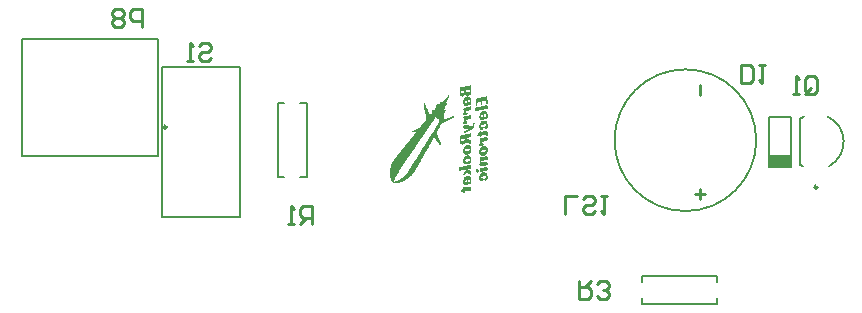
<source format=gbo>
G04*
G04 #@! TF.GenerationSoftware,Altium Limited,Altium Designer,21.9.1 (22)*
G04*
G04 Layer_Color=32896*
%FSLAX25Y25*%
%MOIN*%
G70*
G04*
G04 #@! TF.SameCoordinates,84066233-43AA-439E-81B8-E0E343A60AEF*
G04*
G04*
G04 #@! TF.FilePolarity,Positive*
G04*
G01*
G75*
%ADD10C,0.00984*%
%ADD11C,0.00787*%
%ADD12C,0.00500*%
%ADD15C,0.01000*%
%ADD60C,0.00394*%
%ADD61R,0.07284X0.03866*%
G36*
X185579Y85337D02*
X185646Y85244D01*
X185672Y83638D01*
X185646Y83130D01*
X185619Y82862D01*
X185512Y82621D01*
X185472Y82528D01*
X185405Y82354D01*
X185351Y82220D01*
X185284Y82153D01*
X185191Y82086D01*
X185164Y82032D01*
X185097Y81966D01*
X185003Y81899D01*
X184870Y81845D01*
X184736Y81818D01*
X184455Y81778D01*
X184107Y81805D01*
X184000Y81832D01*
X183920Y81858D01*
X183866Y81885D01*
X183799Y81952D01*
X183652Y82073D01*
X183545Y82099D01*
X183438Y82073D01*
X183344Y81899D01*
X183304Y81858D01*
X183170Y81778D01*
X183117Y81725D01*
X183063Y81698D01*
X182983Y81618D01*
X182849Y81591D01*
X182769Y81564D01*
X182488Y81577D01*
X182314Y81618D01*
X182274Y81658D01*
X182261Y81671D01*
X182234D01*
X182033Y81872D01*
X181966Y81966D01*
X181846Y82113D01*
X181819Y82327D01*
X181792Y82407D01*
X181765Y84254D01*
X181792Y84361D01*
X181846Y84494D01*
X181872Y84548D01*
X182006Y84601D01*
X182528Y84668D01*
X182742Y84722D01*
X183010Y84802D01*
X183157Y84842D01*
X183411Y84882D01*
X183518Y84909D01*
X183786Y84936D01*
X184000Y84989D01*
X184308Y85083D01*
X184508Y85123D01*
X184616Y85150D01*
X185070Y85203D01*
X185284Y85257D01*
X185325Y85297D01*
X185458Y85351D01*
X185579Y85337D01*
D02*
G37*
G36*
X178153Y81925D02*
X178180Y81658D01*
X178126Y81470D01*
X178059Y81323D01*
X177965Y81069D01*
X177805Y80721D01*
X177564Y80266D01*
X177377Y79918D01*
X177350Y79865D01*
X177270Y79785D01*
X177243Y79731D01*
X177136Y79570D01*
X177002Y79330D01*
X177029Y79249D01*
X177176Y79236D01*
X177256Y79263D01*
X177497Y79289D01*
X177511Y79249D01*
X177484Y79062D01*
X177296Y78794D01*
X177136Y78500D01*
X177015Y78299D01*
X176962Y78166D01*
X176882Y77951D01*
X176828Y77818D01*
X176721Y77523D01*
X176694Y77416D01*
X176654Y77215D01*
X176628Y77135D01*
X176694Y76961D01*
X176788Y76921D01*
X176908Y76934D01*
X176949Y76975D01*
X176975Y77028D01*
X177096Y77149D01*
X177163Y77135D01*
X177189Y77001D01*
X177082Y76841D01*
X176989Y76694D01*
X176855Y76399D01*
X176801Y76266D01*
X176708Y76011D01*
X176681Y75931D01*
X176654Y75663D01*
X176628Y75556D01*
X176601Y75369D01*
X176520Y75182D01*
X176494Y74861D01*
X176547Y74727D01*
X176614Y74633D01*
X176601Y74539D01*
X176494Y74379D01*
X176467Y74325D01*
X176427Y74285D01*
X176373Y74151D01*
X176333Y74004D01*
X176453Y73937D01*
X176561Y73964D01*
X176855Y74098D01*
X177069Y74151D01*
X177243Y74218D01*
X177577Y74339D01*
X178126Y74513D01*
X178461Y74633D01*
X178728Y74713D01*
X178875Y74780D01*
X179009Y74834D01*
X179317Y74901D01*
X179504Y75034D01*
X179718Y75061D01*
X179772Y75008D01*
X179825Y74874D01*
X179812Y74727D01*
X179732Y74539D01*
X179692Y74499D01*
X179504Y74392D01*
X179370Y74339D01*
X178916Y74125D01*
X178782Y74071D01*
X178581Y73951D01*
X178407Y73884D01*
X178220Y73804D01*
X177872Y73616D01*
X177524Y73456D01*
X177484Y73415D01*
X177310Y73349D01*
X176801Y73108D01*
X176347Y72894D01*
X176213Y72840D01*
X175597Y72546D01*
X175544Y72519D01*
X175463Y72439D01*
X175410Y72305D01*
X175356Y71877D01*
X175316Y71730D01*
X175196Y71529D01*
X175129Y71355D01*
X175022Y71194D01*
X174861Y70900D01*
X174674Y70632D01*
X174647Y70579D01*
X174540Y70338D01*
X174487Y70284D01*
X174299Y69937D01*
X174165Y69749D01*
X174139Y69428D01*
X174192Y69241D01*
X174353Y68893D01*
X174380Y68786D01*
X174594Y68331D01*
X174620Y68224D01*
X174674Y68090D01*
X174794Y67863D01*
X174848Y67729D01*
X174915Y67555D01*
X175062Y67220D01*
X175116Y67087D01*
X175182Y66913D01*
X175303Y66632D01*
X175397Y66378D01*
X175530Y66083D01*
X175557Y65869D01*
X175530Y65762D01*
X175423Y65521D01*
X175330Y65428D01*
X175223Y65401D01*
X175089Y65454D01*
X175035Y65508D01*
X174861Y65762D01*
X174835Y65816D01*
X174727Y65922D01*
X174661Y66016D01*
X174554Y66177D01*
X174433Y66324D01*
X174406Y66378D01*
X174273Y66565D01*
X174246Y66618D01*
X174192Y66672D01*
X174165Y66725D01*
X173925Y67073D01*
X173791Y67314D01*
X173711Y67394D01*
X173684Y67448D01*
X173630Y67501D01*
X173603Y67555D01*
X173496Y67716D01*
X173470Y67769D01*
X173403Y67836D01*
X173269Y67916D01*
X173149Y67876D01*
X172988Y67582D01*
X172961Y67528D01*
X172908Y67475D01*
X172533Y66779D01*
X172426Y66618D01*
X172212Y66217D01*
X172025Y65869D01*
X171918Y65682D01*
X171891Y65628D01*
X171837Y65575D01*
X171811Y65468D01*
X171704Y65307D01*
X171489Y64906D01*
X171463Y64852D01*
X171382Y64772D01*
X171195Y64424D01*
X171168Y64370D01*
X171115Y64317D01*
X171008Y64130D01*
X170981Y64022D01*
X170847Y63835D01*
X170473Y63113D01*
X170366Y62952D01*
X170178Y62604D01*
X169937Y62149D01*
X169884Y62096D01*
X169790Y61949D01*
X169723Y61775D01*
X169670Y61721D01*
X169643Y61668D01*
X169589Y61614D01*
X169402Y61266D01*
X169188Y60865D01*
X169054Y60677D01*
X169027Y60624D01*
X168920Y60383D01*
X168813Y60223D01*
X168546Y59714D01*
X168492Y59661D01*
X168465Y59553D01*
X168358Y59393D01*
X168171Y59045D01*
X168144Y58991D01*
X168091Y58938D01*
X167877Y58537D01*
X167823Y58483D01*
X167663Y58189D01*
X167556Y58028D01*
X167128Y57225D01*
X166994Y57011D01*
X166967Y56958D01*
X166833Y56744D01*
X166646Y56503D01*
X166619Y56449D01*
X166458Y56289D01*
X166432Y56235D01*
X166218Y56021D01*
X166191Y55968D01*
X166030Y55807D01*
X166004Y55753D01*
X165789Y55539D01*
X165763Y55486D01*
X165442Y55165D01*
X165415Y55111D01*
X165268Y54964D01*
X165214Y54937D01*
X164973Y54697D01*
X164920Y54670D01*
X164839Y54589D01*
X164786Y54563D01*
X164706Y54482D01*
X164465Y54295D01*
X164411Y54268D01*
X164344Y54201D01*
X164197Y54081D01*
X164144Y54054D01*
X163956Y53920D01*
X163716Y53787D01*
X163662Y53733D01*
X163608Y53706D01*
X163555Y53653D01*
X163154Y53439D01*
X163006Y53345D01*
X162672Y53225D01*
X162551Y53158D01*
X162337Y53078D01*
X162230Y53051D01*
X162097Y53024D01*
X161949Y52984D01*
X161775Y52917D01*
X161575Y52877D01*
X161494Y52850D01*
X161066Y52823D01*
X160986Y52797D01*
X160076Y52823D01*
X159808Y52850D01*
X159675Y52903D01*
X159541Y52984D01*
X159487Y53011D01*
X159407Y53091D01*
X159233Y53345D01*
X159126Y53532D01*
X159006Y53760D01*
X158912Y54014D01*
X158805Y54255D01*
X158751Y54389D01*
X158671Y54710D01*
X158604Y54937D01*
X158537Y55379D01*
X158511Y55459D01*
X158484Y56048D01*
X158457Y56128D01*
X158470Y56463D01*
X158497Y56891D01*
X158537Y57225D01*
X158564Y57332D01*
X158591Y57520D01*
X158618Y57627D01*
X158658Y57774D01*
X158685Y57881D01*
X158711Y58015D01*
X158751Y58189D01*
X158818Y58416D01*
X158992Y58911D01*
X159099Y59152D01*
X159193Y59353D01*
X159260Y59527D01*
X159367Y59687D01*
X159554Y60035D01*
X159608Y60089D01*
X159634Y60142D01*
X159688Y60196D01*
X159795Y60383D01*
X159822Y60437D01*
X159929Y60544D01*
X159956Y60597D01*
X160063Y60758D01*
X160089Y60811D01*
X160170Y60891D01*
X160196Y60945D01*
X160250Y60999D01*
X160277Y61052D01*
X160330Y61106D01*
X160357Y61159D01*
X160397Y61199D01*
X160518Y61347D01*
X160544Y61400D01*
X160598Y61453D01*
X160785Y61694D01*
X160812Y61748D01*
X160879Y61815D01*
X160999Y61962D01*
X161026Y62015D01*
X161213Y62203D01*
X161240Y62256D01*
X161320Y62337D01*
X161347Y62390D01*
X161481Y62524D01*
X161508Y62577D01*
X161561Y62631D01*
X161588Y62685D01*
X161695Y62792D01*
X161722Y62845D01*
X161775Y62899D01*
X161802Y62952D01*
X161909Y63059D01*
X161936Y63113D01*
X162016Y63193D01*
X162043Y63247D01*
X162097Y63300D01*
X162163Y63394D01*
X162284Y63541D01*
X162311Y63594D01*
X162364Y63648D01*
X162391Y63701D01*
X162431Y63741D01*
X162551Y63889D01*
X162578Y63942D01*
X162739Y64103D01*
X162766Y64156D01*
X162819Y64210D01*
X162846Y64263D01*
X163060Y64477D01*
X163087Y64531D01*
X163220Y64665D01*
X163247Y64718D01*
X163301Y64772D01*
X163328Y64825D01*
X163381Y64879D01*
X163448Y64973D01*
X163568Y65120D01*
X163595Y65173D01*
X163649Y65227D01*
X163675Y65280D01*
X163782Y65387D01*
X163809Y65441D01*
X163863Y65494D01*
X163889Y65548D01*
X163956Y65615D01*
X164077Y65762D01*
X164103Y65816D01*
X164211Y65922D01*
X164237Y65976D01*
X164291Y66030D01*
X164318Y66083D01*
X164451Y66217D01*
X164478Y66270D01*
X164585Y66378D01*
X164612Y66431D01*
X164799Y66618D01*
X164826Y66672D01*
X164880Y66725D01*
X164906Y66779D01*
X164960Y66832D01*
X165147Y67073D01*
X165174Y67127D01*
X165241Y67194D01*
X165361Y67341D01*
X165388Y67394D01*
X165442Y67448D01*
X165468Y67501D01*
X165575Y67608D01*
X165602Y67662D01*
X165656Y67716D01*
X165682Y67769D01*
X165749Y67836D01*
X165870Y67983D01*
X165896Y68037D01*
X165990Y68130D01*
X166111Y68278D01*
X166137Y68331D01*
X166285Y68478D01*
X166405Y68625D01*
X166432Y68679D01*
X166525Y68773D01*
X166646Y68920D01*
X166673Y68973D01*
X166726Y69027D01*
X166793Y69120D01*
X166913Y69268D01*
X166940Y69321D01*
X167034Y69415D01*
X167087Y69441D01*
X167208Y69589D01*
X167235Y69749D01*
X167168Y69816D01*
X167007Y69843D01*
X166659Y69816D01*
X166298Y69776D01*
X166097Y69736D01*
X165977Y69776D01*
X165950Y69883D01*
X165977Y69990D01*
X166057Y70070D01*
X166084Y70124D01*
X166164Y70204D01*
X166592Y70418D01*
X166847Y70512D01*
X166954Y70539D01*
X167181Y70632D01*
X167516Y70753D01*
X167663Y70793D01*
X167997Y70913D01*
X168292Y71047D01*
X168385Y71114D01*
X168412Y71168D01*
X168532Y71288D01*
X168653Y71435D01*
X168720Y71529D01*
X168840Y71676D01*
X169027Y71917D01*
X169054Y71970D01*
X169121Y72037D01*
X169242Y72184D01*
X169268Y72238D01*
X169429Y72399D01*
X169456Y72452D01*
X169616Y72613D01*
X169643Y72666D01*
X169750Y72773D01*
X169777Y72827D01*
X169911Y72961D01*
X169937Y73014D01*
X169991Y73068D01*
X170018Y73121D01*
X170098Y73201D01*
X170125Y73255D01*
X170165Y73295D01*
X170285Y73442D01*
X170312Y73496D01*
X170473Y73656D01*
X170660Y74004D01*
X170647Y74125D01*
X170620Y74259D01*
X170513Y74901D01*
X170486Y75034D01*
X170459Y75142D01*
X170406Y75463D01*
X170379Y75596D01*
X170352Y75704D01*
X170299Y75971D01*
X170272Y76132D01*
X170205Y76573D01*
X170151Y76787D01*
X170111Y76934D01*
X170085Y77042D01*
X170058Y77175D01*
X170018Y77430D01*
X169964Y77804D01*
X169937Y77911D01*
X169844Y78219D01*
X169817Y78353D01*
X169750Y78821D01*
X169723Y78901D01*
X169696Y79115D01*
X169723Y79223D01*
X169777Y79356D01*
X169870Y79450D01*
X170031Y79477D01*
X170138Y79450D01*
X170258Y79223D01*
X170352Y78995D01*
X170459Y78728D01*
X170553Y78473D01*
X170700Y78139D01*
X170847Y77724D01*
X170887Y77684D01*
X170941Y77550D01*
X171048Y77256D01*
X171182Y76961D01*
X171249Y76787D01*
X171356Y76520D01*
X171476Y76292D01*
X171570Y76038D01*
X171784Y75583D01*
X171851Y75516D01*
X171985Y75489D01*
X172038Y75543D01*
X172292Y75877D01*
X172413Y76105D01*
X172426Y76118D01*
X172439Y76158D01*
X172547Y76453D01*
X172587Y76653D01*
X172613Y76761D01*
X172667Y76948D01*
X172801Y77162D01*
X172868Y77256D01*
X172975Y77282D01*
X173015Y77242D01*
X173122Y77055D01*
X173162Y77015D01*
X173269Y76988D01*
X173322Y77042D01*
X173349Y77149D01*
X173389Y77403D01*
X173443Y77537D01*
X173550Y77777D01*
X173711Y78125D01*
X173764Y78179D01*
X173898Y78420D01*
X174005Y78527D01*
X174032Y78580D01*
X174085Y78634D01*
X174112Y78687D01*
X174219Y78794D01*
X174246Y78848D01*
X174299Y78901D01*
X174326Y78955D01*
X174473Y79102D01*
X174607Y79129D01*
X174741Y79075D01*
X174901Y79049D01*
X175008Y79075D01*
X175075Y79142D01*
X175236Y79437D01*
X175316Y79517D01*
X175343Y79570D01*
X175437Y79664D01*
X175570Y79744D01*
X175651Y79771D01*
X175731Y79744D01*
X175758Y79691D01*
X175798Y79517D01*
X175838Y79477D01*
X175918Y79504D01*
X175999Y79584D01*
X176119Y79731D01*
X176146Y79785D01*
X176226Y79918D01*
X176253Y79972D01*
X176293Y80012D01*
X176413Y80159D01*
X176440Y80213D01*
X176801Y80574D01*
X176855Y80601D01*
X176908Y80654D01*
X177149Y80841D01*
X177203Y80868D01*
X177337Y81002D01*
X177390Y81029D01*
X177497Y81136D01*
X177618Y81283D01*
X177698Y81417D01*
X177751Y81470D01*
X177778Y81524D01*
X177832Y81577D01*
X178032Y81939D01*
X178113Y81966D01*
X178153Y81925D01*
D02*
G37*
G36*
X190958Y81644D02*
X191025Y81577D01*
X191051Y79249D01*
X191011Y79129D01*
X190918Y79062D01*
X190770Y79022D01*
X190663Y79049D01*
X190596Y79115D01*
X190570Y80079D01*
X190543Y80186D01*
X190503Y80226D01*
X190342Y80253D01*
X189994Y80119D01*
X189887Y80092D01*
X189807Y80066D01*
X189513Y80039D01*
X189325Y79985D01*
X189258Y79865D01*
X189272Y79263D01*
X189258Y79089D01*
X189205Y78955D01*
X189084Y78888D01*
X189071Y78875D01*
X188978Y78861D01*
X188870Y78888D01*
X188830Y78928D01*
X188804Y79089D01*
X188777Y79169D01*
X188804Y79570D01*
X188750Y79758D01*
X188630Y79825D01*
X188509Y79811D01*
X188402Y79785D01*
X188148Y79744D01*
X187961Y79718D01*
X187773Y79664D01*
X187653Y79517D01*
X187613Y79289D01*
X187626Y78634D01*
X187599Y78527D01*
X187546Y78393D01*
X187479Y78326D01*
X187345Y78299D01*
X187238Y78326D01*
X187198Y78366D01*
X187171Y78420D01*
X187144Y78500D01*
X187171Y78580D01*
X187158Y78701D01*
X187171Y80453D01*
X187144Y80534D01*
X187171Y80668D01*
X187198Y80775D01*
X187292Y80868D01*
X187345Y80895D01*
X187479Y80949D01*
X187800Y81029D01*
X188068Y81056D01*
X188389Y81109D01*
X188576Y81163D01*
X188697Y81203D01*
X188804Y81230D01*
X188978Y81270D01*
X189084Y81296D01*
X189352Y81323D01*
X189539Y81350D01*
X189753Y81403D01*
X189887Y81457D01*
X190034Y81497D01*
X190168Y81524D01*
X190476Y81564D01*
X190663Y81591D01*
X190797Y81644D01*
X190877Y81671D01*
X190958Y81644D01*
D02*
G37*
G36*
X184602Y81577D02*
X184830Y81537D01*
X184937Y81511D01*
X185057Y81470D01*
X185311Y81296D01*
X185365Y81270D01*
X185405Y81203D01*
X185432Y81149D01*
X185619Y80882D01*
X185646Y80775D01*
Y80748D01*
X185672Y80694D01*
X185699Y79945D01*
X185672Y79677D01*
X185646Y79249D01*
X185485Y78901D01*
X185418Y78834D01*
X185231Y78701D01*
X184883Y78674D01*
X184789Y78768D01*
X184763Y79356D01*
X184789Y79463D01*
X184843Y79597D01*
X184870Y79651D01*
X185044Y79771D01*
X185097Y79798D01*
X185137Y79838D01*
X185164Y79892D01*
X185204Y79932D01*
X185271Y80106D01*
X185244Y80213D01*
X185151Y80280D01*
X184696Y80306D01*
X184482Y80253D01*
X184442Y80213D01*
X184415Y79918D01*
X184442Y79811D01*
X184415Y79731D01*
X184388Y78955D01*
X184415Y78768D01*
X184388Y78580D01*
X184281Y78500D01*
X184147Y78447D01*
X184040Y78420D01*
X183893Y78380D01*
X183813Y78353D01*
X183572Y78380D01*
X183331Y78487D01*
X183277Y78513D01*
X183157Y78634D01*
X183050Y78928D01*
X183010Y79075D01*
X182970Y79249D01*
X182943Y79330D01*
X182956Y79744D01*
X182983Y80012D01*
X183010Y80146D01*
X183037Y80253D01*
X183077Y80453D01*
X183130Y80668D01*
X183344Y80989D01*
X183371Y81042D01*
X183572Y81243D01*
X183759Y81350D01*
X183987Y81470D01*
X184241Y81564D01*
X184321Y81591D01*
X184602Y81577D01*
D02*
G37*
G36*
X191011Y78674D02*
X191065Y78540D01*
X191051Y77831D01*
X191078Y77751D01*
X191051Y77537D01*
X190931Y77443D01*
X190663Y77416D01*
X190476Y77363D01*
X190249Y77296D01*
X190115Y77269D01*
X189700Y77202D01*
X189379Y77149D01*
X189205Y77082D01*
X189031Y77042D01*
X188897Y76988D01*
X188683Y76961D01*
X188576Y76934D01*
X188308Y76908D01*
X188094Y76854D01*
X187867Y76787D01*
X187760Y76761D01*
X187559Y76720D01*
X187452Y76694D01*
X187131Y76640D01*
X187024Y76667D01*
X186957Y76734D01*
X186930Y77644D01*
X186984Y77831D01*
X187091Y77911D01*
X187251Y77938D01*
X187492Y77965D01*
X187653Y77991D01*
X187974Y78072D01*
X188108Y78125D01*
X188322Y78179D01*
X188482Y78206D01*
X188817Y78246D01*
X189138Y78326D01*
X189406Y78406D01*
X189486Y78433D01*
X189780Y78460D01*
X189794Y78473D01*
X189914Y78487D01*
X190101Y78513D01*
X190315Y78567D01*
X190396Y78594D01*
X190556Y78620D01*
X190690Y78674D01*
X190931Y78701D01*
X191011Y78674D01*
D02*
G37*
G36*
X185579Y78299D02*
X185646Y78206D01*
X185672Y77323D01*
X185619Y77135D01*
X185552Y77068D01*
X185458Y77028D01*
X185351Y77001D01*
X185097Y76961D01*
X184990Y76934D01*
X184722Y76908D01*
X184508Y76854D01*
X184241Y76774D01*
X183920Y76694D01*
X183773Y76627D01*
X183692Y76493D01*
X183746Y76332D01*
X183920Y76212D01*
X184294Y76158D01*
X184361Y76065D01*
X184388Y75931D01*
X184335Y75556D01*
X184214Y75463D01*
X184000Y75436D01*
X183893Y75409D01*
X183625Y75382D01*
X183438Y75329D01*
X183385Y75275D01*
X183251Y75249D01*
X183170Y75275D01*
X183117Y75302D01*
X183050Y75396D01*
X183023Y75449D01*
X182970Y75503D01*
X182943Y75797D01*
X182956Y75811D01*
X182970Y75877D01*
X183010Y76025D01*
X183077Y76199D01*
X183144Y76346D01*
X183197Y76372D01*
X183318Y76493D01*
X183344Y76627D01*
X183304Y76667D01*
X183170Y76747D01*
X183077Y76841D01*
X183050Y77028D01*
X183023Y77109D01*
X183037Y77229D01*
X183023Y77510D01*
X183077Y77697D01*
X183197Y77818D01*
X183411Y77898D01*
X183732Y77951D01*
X184000Y77978D01*
X184321Y78058D01*
X184549Y78125D01*
X184656Y78152D01*
X184789Y78179D01*
X185097Y78219D01*
X185204Y78246D01*
X185472Y78326D01*
X185579Y78299D01*
D02*
G37*
G36*
X190208Y76854D02*
X190489Y76734D01*
X190663Y76667D01*
X190703Y76627D01*
X190837Y76439D01*
X190864Y76386D01*
X190918Y76332D01*
X191011Y76185D01*
X191038Y76078D01*
X191092Y75409D01*
X191078Y75155D01*
X191051Y74727D01*
X191025Y74539D01*
X190918Y74299D01*
X190891Y74245D01*
X190770Y74125D01*
X190530Y73991D01*
X190422Y73964D01*
X190235Y73991D01*
X190195Y74031D01*
X190168Y74191D01*
X190142Y74700D01*
X190195Y74834D01*
X190222Y74887D01*
X190422Y75088D01*
X190476Y75115D01*
X190610Y75275D01*
X190637Y75382D01*
X190623Y75530D01*
X190503Y75623D01*
X190182Y75650D01*
X189994Y75623D01*
X189887Y75596D01*
X189820Y75503D01*
X189794Y74165D01*
X189820Y74085D01*
X189767Y73924D01*
X189727Y73884D01*
X189593Y73804D01*
X189432Y73697D01*
X189379Y73670D01*
X188924D01*
X188763Y73777D01*
X188630Y73857D01*
X188589Y73897D01*
X188482Y74085D01*
X188456Y74191D01*
X188416Y74339D01*
X188375Y74513D01*
X188349Y74593D01*
X188362Y75222D01*
X188389Y75382D01*
X188416Y75516D01*
X188482Y75824D01*
X188509Y75931D01*
X188563Y76065D01*
X188589Y76118D01*
X188643Y76172D01*
X188750Y76359D01*
X188844Y76453D01*
X188897Y76480D01*
X188937Y76520D01*
X189084Y76640D01*
X189218Y76694D01*
X189513Y76828D01*
X189753Y76854D01*
X189861Y76881D01*
X190208Y76854D01*
D02*
G37*
G36*
X185579Y75409D02*
X185646Y75342D01*
X185672Y74432D01*
X185619Y74218D01*
X185552Y74151D01*
X185338Y74125D01*
X184963Y74071D01*
X184856Y74044D01*
X184508Y73937D01*
X184361Y73897D01*
X184054Y73857D01*
X183866Y73804D01*
X183746Y73683D01*
X183692Y73549D01*
X183732Y73429D01*
X183866Y73349D01*
X184161Y73322D01*
X184268Y73295D01*
X184335Y73228D01*
X184361Y73014D01*
X184388Y72827D01*
X184335Y72639D01*
X184254Y72586D01*
X184147Y72559D01*
X183906Y72532D01*
X183732Y72492D01*
X183625Y72465D01*
X183492Y72412D01*
X183438Y72385D01*
X183385Y72332D01*
X183197Y72305D01*
X183104Y72399D01*
X182970Y72639D01*
X182943Y72853D01*
X182970Y72961D01*
X183077Y73308D01*
X183130Y73442D01*
X183224Y73536D01*
X183277Y73563D01*
X183371Y73683D01*
X183358Y73777D01*
X183117Y73911D01*
X183050Y73978D01*
X183023Y74165D01*
X183050Y74245D01*
X183023Y74700D01*
X183050Y74780D01*
X183077Y74834D01*
X183117Y74847D01*
X183170Y74901D01*
X183197D01*
X183358Y74954D01*
X183666Y75048D01*
X184080Y75115D01*
X184401Y75168D01*
X184589Y75222D01*
X184897Y75315D01*
X185070Y75356D01*
X185258Y75382D01*
X185365Y75409D01*
X185445Y75436D01*
X185579Y75409D01*
D02*
G37*
G36*
X186636Y72800D02*
X186716Y72666D01*
X186689Y72345D01*
X186663Y71756D01*
X186529Y71462D01*
X186502Y71408D01*
X186422Y71221D01*
X186355Y71101D01*
X186301Y71074D01*
X186248Y71020D01*
X186127Y70873D01*
X185860Y70713D01*
X185713Y70592D01*
X185458Y70472D01*
X185445Y70459D01*
X185418D01*
X185338Y70378D01*
X185151Y70271D01*
X184963Y70191D01*
X184910Y70164D01*
X184816Y70070D01*
X184642Y70003D01*
X184508Y69950D01*
X184428Y69870D01*
X184241Y69763D01*
X184054Y69682D01*
X184000Y69656D01*
X183947Y69602D01*
X183759Y69495D01*
X183625Y69441D01*
X183358Y69254D01*
X183144Y69227D01*
X183050Y69321D01*
X183023Y69562D01*
X183077Y69696D01*
X183224Y69843D01*
X183277Y69870D01*
X183344Y69937D01*
X183518Y70003D01*
X183652Y70057D01*
X183706Y70084D01*
X183759Y70137D01*
X184000Y70271D01*
X184134Y70325D01*
X184428Y70485D01*
X184562Y70539D01*
X184602Y70579D01*
X184629Y70686D01*
X184589Y70726D01*
X184495Y70766D01*
X183799Y70793D01*
X183385Y70833D01*
X183197Y70860D01*
X183130Y70927D01*
X183050Y71061D01*
X183023Y71355D01*
X183050Y71462D01*
X183023Y71810D01*
X183050Y71997D01*
X183170Y72118D01*
X183277Y72144D01*
X183385Y72118D01*
X183465Y72091D01*
X184134Y72064D01*
X184241Y72037D01*
X184602Y71997D01*
X184763Y71970D01*
X184897Y71944D01*
X185003Y71917D01*
X185231Y71877D01*
X185311Y71850D01*
X185953Y71823D01*
X186101Y71890D01*
X186234Y72131D01*
X186261Y72506D01*
X186315Y72720D01*
X186435Y72813D01*
X186636Y72800D01*
D02*
G37*
G36*
X190289Y73482D02*
X190690Y73295D01*
X190730Y73255D01*
X190864Y73014D01*
X190918Y72961D01*
X191011Y72813D01*
X191038Y72706D01*
X191078Y72158D01*
X191105Y72078D01*
X191078Y71837D01*
X191051Y71328D01*
X191025Y71221D01*
X190971Y71034D01*
X190918Y70980D01*
X190891Y70927D01*
X190851Y70887D01*
X190797Y70860D01*
X190757Y70820D01*
X190650Y70793D01*
X190436Y70766D01*
X190208Y70726D01*
X190101Y70753D01*
X190061Y70793D01*
X190034Y71382D01*
X190061Y71489D01*
X190128Y71556D01*
X190262Y71636D01*
X190449Y71770D01*
X190503Y71797D01*
X190543Y71837D01*
X190570Y71890D01*
X190610Y71930D01*
X190650Y72104D01*
X190596Y72238D01*
X190530Y72278D01*
X190289Y72305D01*
X189780Y72278D01*
X189767Y72265D01*
X189727Y72251D01*
X189499Y72184D01*
X189365Y72131D01*
X189192Y72064D01*
X189058Y72011D01*
X189004Y71984D01*
X188804Y71783D01*
X188777Y71596D01*
X188817Y71556D01*
X188951Y71475D01*
X189031Y71449D01*
X189218Y71475D01*
X189406Y71449D01*
X189472Y71355D01*
X189499Y70846D01*
X189446Y70659D01*
X189406Y70619D01*
X189272Y70539D01*
X188790Y70512D01*
X188603Y70565D01*
X188563Y70606D01*
X188482Y70739D01*
X188456Y70846D01*
X188416Y70994D01*
X188375Y71194D01*
X188349Y71275D01*
X188362Y71930D01*
X188389Y72091D01*
X188416Y72198D01*
X188509Y72639D01*
X188750Y72987D01*
X188777Y73041D01*
X188844Y73108D01*
X188897Y73134D01*
X189004Y73242D01*
X189058Y73268D01*
X189098Y73308D01*
X189245Y73349D01*
X189379Y73402D01*
X189539Y73509D01*
X190075Y73536D01*
X190289Y73482D01*
D02*
G37*
G36*
X188790Y70137D02*
X188830Y69883D01*
X188870Y69843D01*
X188964Y69803D01*
X189084Y69816D01*
X189472Y69937D01*
X189606Y69963D01*
X189941Y70003D01*
X190021Y70030D01*
X190583Y70057D01*
X190690Y70030D01*
X190824Y69977D01*
X190877Y69950D01*
X190918Y69910D01*
X191051Y69722D01*
X191078Y68679D01*
X191051Y68572D01*
X190984Y68505D01*
X190797Y68478D01*
X190690Y68505D01*
X190650Y68545D01*
X190543Y68732D01*
X190476Y68799D01*
X190315Y68826D01*
X190195Y68786D01*
X189807Y68719D01*
X189432Y68665D01*
X189325Y68639D01*
X189138Y68585D01*
X188897Y68478D01*
X188857Y68438D01*
X188817Y68344D01*
X188790Y68103D01*
X188777Y68090D01*
Y68063D01*
X188737Y68023D01*
X188576Y67997D01*
X188469Y68023D01*
X188429Y68063D01*
X188402Y68251D01*
X188362Y68371D01*
X188148Y68398D01*
X187961Y68318D01*
X187773Y68291D01*
X187666Y68318D01*
X187599Y68411D01*
X187573Y68759D01*
X187626Y68893D01*
X187920Y69187D01*
X187947Y69241D01*
X188028Y69321D01*
X188054Y69375D01*
X188135Y69455D01*
X188242Y69642D01*
X188295Y69830D01*
X188429Y70124D01*
X188496Y70191D01*
X188710Y70218D01*
X188790Y70137D01*
D02*
G37*
G36*
X185579Y69308D02*
X185672Y69134D01*
X185659Y68184D01*
X185632Y68077D01*
X185619Y68063D01*
Y68037D01*
X185539Y67983D01*
X185432Y67956D01*
X185137Y67930D01*
X185003Y67903D01*
X184682Y67822D01*
X184535Y67782D01*
X184321Y67729D01*
X184187Y67675D01*
X184147Y67635D01*
X184120Y67582D01*
X184147Y67501D01*
X184281Y67448D01*
X184562Y67408D01*
X184776Y67354D01*
X184923Y67287D01*
X185137Y67207D01*
X185365Y67167D01*
X185552Y67113D01*
X185646Y66993D01*
X185672Y65976D01*
X185646Y65869D01*
X185606Y65749D01*
X185499Y65722D01*
X185418Y65749D01*
X185365Y65775D01*
X185311Y65829D01*
X185218Y65869D01*
X185017Y65909D01*
X184830Y65989D01*
X184776Y66016D01*
X184736Y66056D01*
X184522Y66137D01*
X184294Y66177D01*
X184107Y66311D01*
X183947Y66337D01*
X183866Y66311D01*
X183813Y66284D01*
X183746Y66217D01*
X183612Y65976D01*
X183465Y65829D01*
X183411Y65802D01*
X183385Y65749D01*
X183331Y65722D01*
X183291Y65682D01*
X183117Y65615D01*
X183010Y65588D01*
X182930Y65561D01*
X182582Y65535D01*
X182394Y65588D01*
X182287Y65615D01*
X182153Y65668D01*
X182033Y65816D01*
X181966Y65909D01*
X181846Y66056D01*
X181819Y66297D01*
X181792Y66378D01*
X181765Y68331D01*
X181819Y68465D01*
X181939Y68559D01*
X182113Y68625D01*
X182421Y68692D01*
X182608Y68719D01*
X182876Y68746D01*
X182983Y68773D01*
X183211Y68839D01*
X183639Y68946D01*
X183947Y68987D01*
X184054Y69013D01*
X184241Y69040D01*
X184348Y69067D01*
X184482Y69120D01*
X184629Y69161D01*
X184736Y69187D01*
X184897Y69214D01*
X185164Y69241D01*
X185298Y69268D01*
X185472Y69335D01*
X185579Y69308D01*
D02*
G37*
G36*
X184990Y65374D02*
X185124Y65320D01*
X185365Y65133D01*
X185472Y64973D01*
X185646Y64718D01*
X185672Y64424D01*
X185699Y64156D01*
X185672Y63487D01*
X185646Y63300D01*
X185619Y63193D01*
X185565Y63059D01*
X185552Y63046D01*
X185378Y62711D01*
X185351Y62658D01*
X185231Y62564D01*
X185178Y62537D01*
X185070Y62430D01*
X184923Y62337D01*
X184776Y62296D01*
X184562Y62243D01*
X184375Y62163D01*
X184134Y62136D01*
X183866Y62163D01*
X183438Y62296D01*
X183144Y62591D01*
X183077Y62765D01*
X182996Y63086D01*
X182970Y63166D01*
X182943Y63621D01*
X182983Y63982D01*
X183010Y64116D01*
X183050Y64263D01*
X183104Y64477D01*
X183157Y64665D01*
X183237Y64745D01*
X183264Y64799D01*
X183318Y64852D01*
X183398Y64986D01*
X183465Y65053D01*
X183652Y65160D01*
X183706Y65187D01*
X183759Y65240D01*
X183947Y65347D01*
X184027Y65374D01*
X184803Y65401D01*
X184990Y65374D01*
D02*
G37*
G36*
X190984Y68103D02*
X191025Y68063D01*
X191051Y67341D01*
X191078Y67154D01*
X191025Y66939D01*
X190891Y66859D01*
X190744Y66819D01*
X190436Y66725D01*
X190182Y66685D01*
X190075Y66659D01*
X189807Y66632D01*
X189486Y66551D01*
X189192Y66418D01*
X189138Y66391D01*
X189071Y66297D01*
X189098Y66163D01*
X189138Y66123D01*
X189192Y66097D01*
X189352Y65989D01*
X189539Y65963D01*
X189646Y65936D01*
X189687Y65896D01*
X189753Y65802D01*
X189780Y65641D01*
X189767Y65548D01*
X189740Y65441D01*
X189580Y65280D01*
X189553Y65200D01*
X189673Y65133D01*
X190208Y65106D01*
X190315Y65080D01*
X190436Y65039D01*
X190690Y64865D01*
X190744Y64839D01*
X190877Y64625D01*
X190998Y64477D01*
X191025Y64424D01*
X191051Y64344D01*
X191078Y63862D01*
X191105Y63782D01*
X191051Y63086D01*
X191025Y62899D01*
X190958Y62725D01*
X190851Y62564D01*
X190784Y62390D01*
X190690Y62296D01*
X190637Y62270D01*
X190503Y62136D01*
X190315Y62029D01*
X189968Y61868D01*
X189446Y61828D01*
X189192Y61841D01*
X188790Y62029D01*
X188737Y62056D01*
X188589Y62203D01*
X188482Y62390D01*
X188375Y62818D01*
X188349Y62899D01*
X188362Y63581D01*
X188389Y63715D01*
X188442Y63929D01*
X188482Y64156D01*
X188563Y64344D01*
X188589Y64397D01*
X188697Y64504D01*
X188723Y64558D01*
X188804Y64638D01*
X188830Y64692D01*
X188897Y64732D01*
X189245Y64919D01*
X189312Y64986D01*
X189339Y65093D01*
X189272Y65133D01*
X188884Y65120D01*
X188683Y65080D01*
X188670Y65066D01*
X188630Y65053D01*
X188496Y65106D01*
X188456Y65146D01*
X188429Y65200D01*
X188375Y65254D01*
X188349Y65628D01*
X188389Y65775D01*
X188456Y65949D01*
X188509Y66083D01*
X188670Y66244D01*
X188697Y66378D01*
X188670Y66484D01*
X188576Y66551D01*
X188456Y66699D01*
X188429Y67314D01*
X188456Y67501D01*
X188549Y67595D01*
X188643Y67635D01*
X188817Y67675D01*
X189004Y67702D01*
X189325Y67756D01*
X189633Y67849D01*
X189740Y67876D01*
X189941Y67916D01*
X190048Y67943D01*
X190503Y67997D01*
X190610Y68023D01*
X190851Y68130D01*
X190984Y68103D01*
D02*
G37*
G36*
X184522Y62015D02*
X184830Y61949D01*
X185124Y61815D01*
X185258Y61761D01*
X185351Y61668D01*
X185458Y61480D01*
X185512Y61427D01*
X185646Y61186D01*
X185672Y60838D01*
X185699Y60651D01*
X185672Y59901D01*
X185619Y59580D01*
X185565Y59447D01*
X185499Y59380D01*
X185311Y59246D01*
X185097Y59219D01*
X185017Y59192D01*
X184749Y59166D01*
X184656Y59259D01*
X184629Y59821D01*
X184696Y59968D01*
X184830Y60049D01*
X185017Y60182D01*
X185070Y60209D01*
X185164Y60303D01*
X185244Y60437D01*
X185231Y60637D01*
X185044Y60744D01*
X184549Y60731D01*
X184388Y60704D01*
X184174Y60651D01*
X184040Y60597D01*
X183786Y60504D01*
X183652Y60450D01*
X183572Y60370D01*
X183478Y60303D01*
X183371Y60115D01*
X183425Y59982D01*
X183465Y59942D01*
X183572Y59915D01*
X183652Y59888D01*
X183893Y59915D01*
X184000Y59888D01*
X184094Y59768D01*
X184120Y59393D01*
X184094Y59206D01*
X184054Y59085D01*
X184000Y59058D01*
X183960Y59018D01*
X183853Y58991D01*
X183625Y58951D01*
X183545Y58925D01*
X183344Y58938D01*
X183237Y58965D01*
X183224Y58978D01*
X183184Y59018D01*
X183104Y59152D01*
X183050Y59339D01*
X183010Y59487D01*
X182970Y59741D01*
X182943Y59821D01*
X182956Y60236D01*
X182983Y60450D01*
X183010Y60584D01*
X183063Y60798D01*
X183104Y61025D01*
X183157Y61159D01*
X183237Y61239D01*
X183344Y61427D01*
X183492Y61574D01*
X183545Y61601D01*
X183679Y61734D01*
X183893Y61815D01*
X184027Y61868D01*
X184080Y61895D01*
X184134Y61949D01*
X184187Y61975D01*
X184241Y62029D01*
X184522Y62015D01*
D02*
G37*
G36*
X191025Y61721D02*
X191051Y61052D01*
X191078Y60704D01*
X191011Y60530D01*
X190918Y60490D01*
X190637Y60450D01*
X190449Y60396D01*
X190182Y60316D01*
X189968Y60263D01*
X189780Y60236D01*
X189513Y60209D01*
X189299Y60156D01*
X189165Y60102D01*
X189018Y59955D01*
X188991Y59768D01*
X189018Y59661D01*
X189084Y59594D01*
X189272Y59567D01*
X189379Y59594D01*
X189513Y59647D01*
X189620Y59674D01*
X189646D01*
X189687Y59687D01*
X189847Y59714D01*
X190275Y59768D01*
X190449Y59808D01*
X190556Y59834D01*
X190744Y59915D01*
X190958Y59942D01*
X191025Y59875D01*
X191051Y59072D01*
X191078Y58991D01*
X191051Y58777D01*
X190918Y58670D01*
X190690Y58630D01*
X190463Y58563D01*
X190249Y58510D01*
X189941Y58443D01*
X189566Y58389D01*
X189352Y58336D01*
X189272Y58309D01*
X188897Y58282D01*
X188603Y58416D01*
X188536Y58483D01*
X188456Y58617D01*
X188375Y58804D01*
X188349Y59179D01*
X188389Y59326D01*
X188456Y59500D01*
X188563Y59741D01*
X188589Y59794D01*
X188670Y59875D01*
X188697Y60035D01*
X188670Y60142D01*
X188576Y60209D01*
X188523Y60236D01*
X188469Y60289D01*
X188416Y60423D01*
X188429Y61052D01*
X188456Y61159D01*
X188523Y61226D01*
X188616Y61266D01*
X188897Y61306D01*
X189004Y61333D01*
X189151Y61373D01*
X189258Y61400D01*
X189700Y61494D01*
X190075Y61547D01*
X190182Y61574D01*
X190302Y61614D01*
X190503Y61654D01*
X190690Y61734D01*
X190904Y61761D01*
X191025Y61721D01*
D02*
G37*
G36*
X190984Y58149D02*
X191025Y58109D01*
X191051Y57279D01*
X191078Y57172D01*
X191025Y56958D01*
X190944Y56904D01*
X190637Y56864D01*
X190449Y56811D01*
X190222Y56744D01*
X190088Y56717D01*
X189673Y56650D01*
X189486Y56623D01*
X189218Y56543D01*
X189192D01*
X189138Y56516D01*
X188924Y56463D01*
X188790Y56409D01*
X188683Y56382D01*
X188496Y56436D01*
X188456Y56476D01*
X188429Y56663D01*
X188456Y56744D01*
X188429Y57466D01*
X188469Y57587D01*
X188563Y57653D01*
X188737Y57694D01*
X188924Y57720D01*
X189138Y57774D01*
X189285Y57814D01*
X189606Y57894D01*
X189767Y57921D01*
X189981Y57948D01*
X190249Y58001D01*
X190356Y58028D01*
X190530Y58068D01*
X190717Y58149D01*
X190877Y58175D01*
X190984Y58149D01*
D02*
G37*
G36*
X187907Y57399D02*
X188028Y57279D01*
X188054Y57225D01*
X188188Y57038D01*
X188215Y56877D01*
X188188Y56770D01*
X188108Y56583D01*
X188081Y56530D01*
X187987Y56409D01*
X187747Y56222D01*
X187720D01*
X187559Y56195D01*
X187425Y56249D01*
X187372Y56275D01*
X187318Y56329D01*
X187198Y56476D01*
X187171Y56583D01*
X187144Y56663D01*
X187158Y56918D01*
X187198Y57091D01*
X187251Y57225D01*
X187345Y57319D01*
X187439Y57386D01*
X187720Y57453D01*
X187907Y57399D01*
D02*
G37*
G36*
X185606Y58844D02*
X185646Y58777D01*
X185672Y57894D01*
X185646Y57707D01*
X185592Y57653D01*
X185418Y57587D01*
X185311Y57560D01*
X185164Y57520D01*
X185057Y57493D01*
X184897Y57466D01*
X184722Y57426D01*
X184629Y57332D01*
X184642Y57239D01*
X184736Y57172D01*
X184883Y57132D01*
X185057Y57065D01*
X185218Y56958D01*
X185392Y56891D01*
X185525Y56837D01*
X185646Y56690D01*
X185672Y55673D01*
X185646Y55486D01*
X185606Y55446D01*
X185472Y55419D01*
X185365Y55526D01*
X185178Y55633D01*
X185030Y55700D01*
X184883Y55820D01*
X184669Y55901D01*
X184508Y56008D01*
X184214Y56168D01*
X184027Y56195D01*
X183920Y56168D01*
X183906Y56128D01*
X183853Y56075D01*
X183826Y56021D01*
X183732Y55927D01*
X183612Y55780D01*
X183585Y55727D01*
X183451Y55593D01*
X183344Y55406D01*
X183277Y55339D01*
X183090Y55312D01*
X183050Y55352D01*
X183023Y55673D01*
X183050Y55780D01*
X183130Y56048D01*
X183251Y56168D01*
X183371Y56315D01*
X183398Y56369D01*
X183532Y56503D01*
X183639Y56690D01*
X183853Y56904D01*
X183906Y57038D01*
X183933Y57118D01*
X183906Y57199D01*
X183786Y57212D01*
X183599Y57185D01*
X183518Y57158D01*
X183224Y57132D01*
X183010Y57078D01*
X182702Y56985D01*
X182528Y56944D01*
X182448Y56918D01*
X182020Y56891D01*
X182006Y56877D01*
X181859Y56811D01*
X181672Y56784D01*
X181551Y56931D01*
X181525Y57199D01*
X181551Y57279D01*
X181525Y57734D01*
X181578Y57948D01*
X181618Y57988D01*
X181765Y58082D01*
X182073Y58149D01*
X182180Y58175D01*
X182448Y58202D01*
X182635Y58229D01*
X182742Y58256D01*
X183130Y58376D01*
X183264Y58403D01*
X183572Y58443D01*
X183679Y58470D01*
X183866Y58496D01*
X183973Y58523D01*
X184348Y58630D01*
X184428Y58657D01*
X184722Y58684D01*
X184830Y58711D01*
X185284Y58791D01*
X185338Y58844D01*
X185499Y58871D01*
X185606Y58844D01*
D02*
G37*
G36*
X190155Y56302D02*
X190262Y56275D01*
X190663Y56088D01*
X190717Y56061D01*
X190837Y55861D01*
X190864Y55807D01*
X190904Y55767D01*
X191011Y55606D01*
X191038Y55472D01*
X191065Y55205D01*
X191092Y54857D01*
X191078Y54523D01*
X191051Y54175D01*
X191025Y53987D01*
X190944Y53800D01*
X190918Y53746D01*
X190851Y53680D01*
X190663Y53572D01*
X190637D01*
X190463Y53559D01*
X190208Y53519D01*
X190101Y53546D01*
X190061Y53586D01*
X190034Y54175D01*
X190061Y54282D01*
X190128Y54349D01*
X190182Y54375D01*
X190342Y54482D01*
X190476Y54563D01*
X190543Y54630D01*
X190610Y54723D01*
X190650Y54870D01*
X190610Y54991D01*
X190422Y55098D01*
X190034Y55085D01*
X189794Y55058D01*
X189580Y55004D01*
X189446Y54951D01*
X189192Y54857D01*
X189058Y54804D01*
X189004Y54750D01*
X188951Y54723D01*
X188804Y54576D01*
X188777Y54389D01*
X188897Y54268D01*
X189138Y54242D01*
X189218Y54268D01*
X189379Y54242D01*
X189472Y54148D01*
X189499Y53666D01*
X189472Y53479D01*
X189379Y53385D01*
X189285Y53345D01*
X189125Y53318D01*
X188790Y53278D01*
X188603Y53332D01*
X188549Y53385D01*
X188456Y53639D01*
X188402Y53827D01*
X188375Y53907D01*
X188349Y54549D01*
X188375Y54817D01*
X188482Y55245D01*
X188509Y55432D01*
X188616Y55593D01*
X188750Y55780D01*
X188777Y55834D01*
X188817Y55874D01*
X188870Y55901D01*
X188978Y56008D01*
X189486Y56275D01*
X189700Y56302D01*
X189887Y56329D01*
X190155Y56302D01*
D02*
G37*
G36*
X184803Y55125D02*
X184990Y55098D01*
X185097Y55071D01*
X185178Y54991D01*
X185231Y54964D01*
X185325Y54870D01*
X185512Y54630D01*
X185539Y54576D01*
X185592Y54523D01*
X185632Y54429D01*
X185659Y54322D01*
X185699Y53666D01*
X185672Y53238D01*
X185646Y52890D01*
X185619Y52783D01*
X185565Y52649D01*
X185539Y52596D01*
X185499Y52556D01*
X185392Y52395D01*
X185298Y52328D01*
X185124Y52261D01*
X184856Y52288D01*
X184763Y52382D01*
X184776Y53064D01*
X184803Y53171D01*
X185044Y53359D01*
X185097Y53385D01*
X185244Y53586D01*
X185271Y53693D01*
X185244Y53773D01*
X185097Y53894D01*
X184910Y53920D01*
X184642Y53894D01*
X184535Y53867D01*
X184442Y53773D01*
X184415Y53024D01*
X184388Y52944D01*
X184401Y52609D01*
X184388Y52248D01*
X184335Y52114D01*
X184187Y52020D01*
X183545Y51994D01*
X183358Y52074D01*
X183304Y52101D01*
X183144Y52261D01*
X183077Y52435D01*
X183037Y52582D01*
X183010Y52689D01*
X182970Y52890D01*
X182943Y52970D01*
X182956Y53332D01*
X182983Y53626D01*
X183010Y53760D01*
X183104Y54175D01*
X183130Y54282D01*
X183344Y54603D01*
X183371Y54656D01*
X183385Y54670D01*
X183398Y54710D01*
X183438Y54750D01*
X183572Y54830D01*
X183853Y55031D01*
X183987Y55085D01*
X184147Y55111D01*
X184468Y55138D01*
X184803Y55125D01*
D02*
G37*
G36*
X183304Y51646D02*
X183371Y51579D01*
X183398Y51445D01*
X183425Y51338D01*
X183465Y51298D01*
X183786Y51271D01*
X184000Y51325D01*
X184228Y51392D01*
X184335Y51418D01*
X184482Y51459D01*
X184562Y51485D01*
X185258Y51512D01*
X185392Y51459D01*
X185539Y51311D01*
X185672Y51124D01*
X185699Y50187D01*
X185646Y50000D01*
X185565Y49946D01*
X185418Y49906D01*
X185284Y49960D01*
X185191Y50134D01*
X185044Y50254D01*
X184843Y50241D01*
X184508Y50201D01*
X184401Y50174D01*
X184375D01*
X184268Y50147D01*
X184040Y50080D01*
X183933Y50054D01*
X183786Y50013D01*
X183679Y49987D01*
X183492Y49933D01*
X183451Y49893D01*
X183425Y49625D01*
X183398Y49518D01*
X183344Y49465D01*
X183237Y49438D01*
X183117Y49451D01*
X183063Y49505D01*
X182970Y49759D01*
X182930Y49799D01*
X182876Y49826D01*
X182769Y49799D01*
X182689Y49773D01*
X182528Y49746D01*
X182448Y49719D01*
X182234Y49773D01*
X182194Y49813D01*
X182167Y49946D01*
X182194Y50134D01*
X182247Y50348D01*
X182394Y50495D01*
X182448Y50522D01*
X182568Y50669D01*
X182595Y50722D01*
X182729Y50856D01*
X182836Y51044D01*
X182916Y51338D01*
X183023Y51499D01*
X183050Y51552D01*
X183090Y51592D01*
X183224Y51673D01*
X183304Y51646D01*
D02*
G37*
%LPC*%
G36*
X185030Y83879D02*
X184963Y83865D01*
X184696Y83839D01*
X184482Y83785D01*
X184254Y83718D01*
X184080Y83678D01*
X183893Y83598D01*
X183826Y83424D01*
X183880Y83210D01*
X183973Y83116D01*
X184000D01*
X184054Y83089D01*
X184321Y83063D01*
X184682Y83103D01*
X184856Y83143D01*
X184910Y83197D01*
X184963Y83223D01*
X185164Y83424D01*
X185191Y83477D01*
X185244Y83531D01*
X185271Y83718D01*
X185244Y83825D01*
X185191Y83852D01*
X185030Y83879D01*
D02*
G37*
G36*
X183197Y83518D02*
X182956Y83411D01*
X182769Y83384D01*
X182662Y83357D01*
X182394Y83330D01*
X182261Y83277D01*
X182194Y83183D01*
Y83049D01*
X182220Y82942D01*
X182287Y82875D01*
X182475Y82768D01*
X182756Y82782D01*
X182930Y82822D01*
X183037Y82849D01*
X183170Y82902D01*
X183224Y82956D01*
X183344Y83103D01*
X183371Y83317D01*
X183331Y83437D01*
X183197Y83518D01*
D02*
G37*
G36*
X173804Y74606D02*
X173697Y74580D01*
X173550Y74379D01*
X173483Y74285D01*
X173309Y74031D01*
X173282Y73978D01*
X173175Y73870D01*
X173042Y73630D01*
X172961Y73549D01*
X172934Y73496D01*
X172881Y73442D01*
X172854Y73389D01*
X172747Y73228D01*
X172720Y73175D01*
X172667Y73121D01*
X172587Y72987D01*
X172319Y72613D01*
X172292Y72559D01*
X172105Y72291D01*
X172078Y72238D01*
X171837Y71890D01*
X171811Y71837D01*
X171623Y71569D01*
X171516Y71382D01*
X171356Y71221D01*
X171222Y70980D01*
X171182Y70940D01*
X171008Y70686D01*
X170981Y70632D01*
X170874Y70525D01*
X170767Y70338D01*
X170580Y70070D01*
X170553Y70017D01*
X170312Y69669D01*
X170285Y69616D01*
X170098Y69348D01*
X169991Y69161D01*
X169937Y69107D01*
X169911Y69054D01*
X169830Y68973D01*
X169804Y68920D01*
X169696Y68759D01*
X169670Y68706D01*
X169630Y68665D01*
X169509Y68518D01*
X169482Y68465D01*
X169295Y68197D01*
X169188Y68010D01*
X169134Y67956D01*
X169108Y67903D01*
X169054Y67849D01*
X169027Y67796D01*
X168787Y67448D01*
X168680Y67261D01*
X168492Y66993D01*
X168465Y66939D01*
X168278Y66672D01*
X168171Y66484D01*
X168037Y66351D01*
X168011Y66297D01*
X167810Y66016D01*
X167636Y65762D01*
X167609Y65709D01*
X167569Y65668D01*
X167395Y65414D01*
X167368Y65361D01*
X167315Y65307D01*
X167208Y65120D01*
X167101Y64959D01*
X167074Y64906D01*
X166994Y64825D01*
X166860Y64584D01*
X166820Y64544D01*
X166606Y64223D01*
X166485Y64076D01*
X166378Y63889D01*
X166244Y63755D01*
X166218Y63701D01*
X166084Y63487D01*
X166057Y63434D01*
X166017Y63394D01*
X165843Y63139D01*
X165816Y63086D01*
X165776Y63046D01*
X165562Y62725D01*
X165388Y62470D01*
X165361Y62417D01*
X165254Y62256D01*
X165120Y62069D01*
X165094Y62015D01*
X164960Y61828D01*
X164853Y61641D01*
X164799Y61587D01*
X164772Y61534D01*
X164665Y61427D01*
X164639Y61373D01*
X164184Y60731D01*
X164103Y60597D01*
X163970Y60410D01*
X163889Y60276D01*
X163756Y60089D01*
X163729Y60035D01*
X163689Y59995D01*
X163528Y59728D01*
X163301Y59393D01*
X163274Y59339D01*
X163167Y59232D01*
X163033Y58991D01*
X162966Y58925D01*
X162739Y58590D01*
X162712Y58537D01*
X162672Y58496D01*
X162551Y58349D01*
X162525Y58296D01*
X162337Y58028D01*
X162311Y57975D01*
X162204Y57814D01*
X162016Y57466D01*
X161909Y57306D01*
X161708Y56918D01*
X161601Y56757D01*
X161441Y56436D01*
X161267Y56182D01*
X161240Y56075D01*
X161106Y55887D01*
X160999Y55700D01*
X160946Y55566D01*
X160839Y55406D01*
X160625Y55004D01*
X160277Y54335D01*
X160049Y53920D01*
X159956Y53666D01*
X159875Y53586D01*
X159849Y53532D01*
X159808Y53492D01*
X159768Y53345D01*
X159835Y53171D01*
X159915Y53144D01*
X160036Y53184D01*
X160290Y53278D01*
X160518Y53345D01*
X160692Y53412D01*
X160879Y53492D01*
X161601Y53840D01*
X161762Y53947D01*
X161949Y54054D01*
X162297Y54295D01*
X162351Y54322D01*
X162618Y54509D01*
X162752Y54589D01*
X162806Y54643D01*
X162859Y54670D01*
X162966Y54777D01*
X163020Y54804D01*
X163100Y54884D01*
X163154Y54911D01*
X163568Y55325D01*
X163595Y55379D01*
X163782Y55566D01*
X163809Y55620D01*
X163863Y55673D01*
X163889Y55727D01*
X163930Y55767D01*
X164063Y55927D01*
X164170Y56088D01*
X164398Y56423D01*
X164425Y56476D01*
X164505Y56556D01*
X164665Y56851D01*
X164772Y56958D01*
X164880Y57145D01*
X164906Y57199D01*
X165013Y57359D01*
X165147Y57600D01*
X165281Y57787D01*
X165442Y58082D01*
X165549Y58242D01*
X165575Y58296D01*
X165682Y58456D01*
X165709Y58510D01*
X165816Y58670D01*
X165923Y58858D01*
X165950Y58911D01*
X166084Y59099D01*
X166218Y59339D01*
X166298Y59420D01*
X166325Y59473D01*
X166378Y59527D01*
X166485Y59714D01*
X166512Y59768D01*
X166566Y59821D01*
X166699Y60062D01*
X166833Y60249D01*
X166967Y60490D01*
X166994Y60544D01*
X167101Y60704D01*
X167208Y60891D01*
X167395Y61186D01*
X167502Y61373D01*
X167529Y61427D01*
X167582Y61480D01*
X167743Y61775D01*
X167877Y61962D01*
X168011Y62203D01*
X168118Y62310D01*
X168251Y62551D01*
X168439Y62818D01*
X168546Y63006D01*
X168572Y63059D01*
X168626Y63113D01*
X168813Y63461D01*
X168947Y63648D01*
X169054Y63835D01*
X169068Y63849D01*
X169108Y63915D01*
X169295Y64263D01*
X169375Y64344D01*
X169509Y64584D01*
X169616Y64745D01*
X169750Y64932D01*
X169777Y64986D01*
X169911Y65173D01*
X170044Y65414D01*
X170178Y65601D01*
X170339Y65896D01*
X170392Y65949D01*
X170499Y66137D01*
X170767Y66565D01*
X170794Y66618D01*
X170901Y66779D01*
X171061Y67073D01*
X171249Y67341D01*
X171275Y67394D01*
X171382Y67555D01*
X171409Y67608D01*
X171463Y67662D01*
X171597Y67903D01*
X171677Y67983D01*
X171837Y68278D01*
X171971Y68465D01*
X172132Y68759D01*
X172185Y68813D01*
X172346Y69107D01*
X172480Y69294D01*
X172587Y69482D01*
X172613Y69535D01*
X172720Y69696D01*
X172801Y69830D01*
X173042Y70178D01*
X173162Y70405D01*
X173282Y70552D01*
X173389Y70739D01*
X173416Y70793D01*
X173550Y70980D01*
X173711Y71275D01*
X173764Y71328D01*
X173898Y71569D01*
X174005Y71730D01*
X174165Y72024D01*
X174299Y72211D01*
X174433Y72452D01*
X174460Y72506D01*
X174540Y72586D01*
X174647Y72773D01*
X174674Y72827D01*
X174714Y72867D01*
X174888Y73121D01*
X174915Y73175D01*
X175022Y73335D01*
X175049Y73496D01*
X174995Y73630D01*
X174888Y73817D01*
X174727Y73978D01*
X174701Y74031D01*
X174540Y74191D01*
X174018Y74580D01*
X173804Y74606D01*
D02*
G37*
G36*
X183947Y80199D02*
X183759Y80066D01*
X183572Y79958D01*
X183518Y79932D01*
X183478Y79892D01*
X183451Y79838D01*
X183411Y79798D01*
X183385Y79691D01*
X183425Y79544D01*
X183492Y79504D01*
X183893Y79477D01*
X184013Y79517D01*
X184027Y79530D01*
X184054D01*
X184094Y79597D01*
X184120Y79838D01*
X184094Y80025D01*
X184067Y80132D01*
X184027Y80172D01*
X183947Y80199D01*
D02*
G37*
G36*
X189299Y75463D02*
X189058Y75356D01*
X189004Y75302D01*
X188951Y75275D01*
X188804Y75128D01*
X188777Y74941D01*
X188924Y74820D01*
X189272Y74794D01*
X189379Y74820D01*
X189432Y74874D01*
X189446Y74887D01*
X189499Y74968D01*
X189526Y75182D01*
X189472Y75396D01*
X189432Y75436D01*
X189299Y75463D01*
D02*
G37*
G36*
X183385Y67541D02*
X183251Y67488D01*
X182996Y67448D01*
X182662Y67408D01*
X182448Y67354D01*
X182314Y67301D01*
X182194Y67180D01*
X182167Y67020D01*
X182220Y66886D01*
X182314Y66792D01*
X182408Y66725D01*
X182515Y66699D01*
X182849Y66712D01*
X183304Y66926D01*
X183358Y66953D01*
X183478Y67073D01*
Y67100D01*
X183505Y67127D01*
X183585Y67261D01*
X183558Y67448D01*
X183492Y67515D01*
X183385Y67541D01*
D02*
G37*
G36*
X184963Y64196D02*
X184816Y64183D01*
X184575Y64156D01*
X184415Y64130D01*
X184080Y64089D01*
X183866Y64036D01*
X183839D01*
X183679Y63929D01*
X183492Y63822D01*
X183425Y63755D01*
X183398Y63621D01*
X183425Y63514D01*
X183518Y63420D01*
X183920Y63394D01*
X184241Y63447D01*
X184468Y63514D01*
X184602Y63541D01*
X184830Y63581D01*
X185017Y63635D01*
X185244Y63862D01*
X185271Y64022D01*
X185231Y64063D01*
X185044Y64170D01*
X184963Y64196D01*
D02*
G37*
G36*
X190342Y63849D02*
X190075D01*
X189727Y63822D01*
X189539Y63795D01*
X189432Y63768D01*
X188924Y63528D01*
X188884Y63487D01*
X188777Y63300D01*
X188804Y63166D01*
X188870Y63099D01*
X189111Y63073D01*
X189539Y63099D01*
X189727Y63126D01*
X189834Y63153D01*
X190061Y63220D01*
X190315Y63313D01*
X190503Y63394D01*
X190623Y63541D01*
X190650Y63675D01*
X190623Y63782D01*
X190556Y63822D01*
X190342Y63849D01*
D02*
G37*
G36*
X183920Y53787D02*
X183839Y53760D01*
X183786Y53733D01*
X183773Y53693D01*
X183732Y53653D01*
X183492Y53519D01*
X183425Y53452D01*
X183398Y53265D01*
X183451Y53131D01*
X183465Y53118D01*
X183492Y53091D01*
X183973Y53064D01*
X184094Y53184D01*
X184120Y53613D01*
X184094Y53720D01*
X184054Y53760D01*
X183920Y53787D01*
D02*
G37*
%LPD*%
D10*
X84108Y71315D02*
G03*
X84108Y71315I-492J0D01*
G01*
X300996Y51342D02*
G03*
X300996Y51342I-492J0D01*
G01*
D11*
X304835Y58324D02*
G03*
X304418Y74883I-4331J8176D01*
G01*
X296591Y74884D02*
G03*
X295248Y74114I3913J-8384D01*
G01*
Y58886D02*
G03*
X296175Y58323I5256J7614D01*
G01*
X35780Y100646D02*
X81055D01*
Y61669D02*
Y100646D01*
Y61669D02*
Y61681D01*
X35780Y61669D02*
X81055D01*
X35780D02*
Y100646D01*
X292142Y58134D02*
Y74866D01*
X284858Y58134D02*
X292142D01*
X284858Y74866D02*
X292142D01*
X284858Y58134D02*
Y74866D01*
X267402Y12276D02*
Y14346D01*
X242598Y19654D02*
Y21724D01*
X267402Y19654D02*
Y21724D01*
X242598Y12276D02*
Y14346D01*
Y12276D02*
X267402D01*
X242598Y21724D02*
X267402D01*
X128654Y79402D02*
X130724D01*
X121276Y54598D02*
X123346D01*
X121276Y79402D02*
X123346D01*
X128654Y54598D02*
X130724D01*
Y79402D01*
X121276Y54598D02*
Y79402D01*
X295248Y58886D02*
Y74114D01*
X108492Y41504D02*
Y91504D01*
X82508Y41504D02*
X108492D01*
X82508D02*
Y91504D01*
X108492D01*
D12*
X280622Y67000D02*
G03*
X280622Y67000I-23622J0D01*
G01*
D15*
X262004Y47500D02*
Y50839D01*
X263674Y49169D02*
X260335D01*
X262003Y82000D02*
Y85338D01*
X95000Y98499D02*
X96000Y99499D01*
X97999D01*
X98999Y98499D01*
Y97500D01*
X97999Y96500D01*
X96000D01*
X95000Y95500D01*
Y94501D01*
X96000Y93501D01*
X97999D01*
X98999Y94501D01*
X93001Y93501D02*
X91001D01*
X92001D01*
Y99499D01*
X93001Y98499D01*
X221502Y19999D02*
Y14001D01*
X224501D01*
X225500Y15001D01*
Y17000D01*
X224501Y18000D01*
X221502D01*
X223501D02*
X225500Y19999D01*
X227500Y15001D02*
X228499Y14001D01*
X230499D01*
X231498Y15001D01*
Y16000D01*
X230499Y17000D01*
X229499D01*
X230499D01*
X231498Y18000D01*
Y18999D01*
X230499Y19999D01*
X228499D01*
X227500Y18999D01*
X132499Y39001D02*
Y44999D01*
X129500D01*
X128500Y43999D01*
Y42000D01*
X129500Y41000D01*
X132499D01*
X130499D02*
X128500Y39001D01*
X126501D02*
X124501D01*
X125501D01*
Y44999D01*
X126501Y43999D01*
X297004Y83501D02*
Y87499D01*
X298004Y88499D01*
X300003D01*
X301003Y87499D01*
Y83501D01*
X300003Y82501D01*
X298004D01*
X299003Y84500D02*
X297004Y82501D01*
X298004D02*
X297004Y83501D01*
X295005Y82501D02*
X293005D01*
X294005D01*
Y88499D01*
X295005Y87499D01*
X75998Y104658D02*
Y110656D01*
X72999D01*
X72000Y109657D01*
Y107658D01*
X72999Y106658D01*
X75998D01*
X70000Y109657D02*
X69001Y110656D01*
X67001D01*
X66002Y109657D01*
Y108657D01*
X67001Y107658D01*
X66002Y106658D01*
Y105658D01*
X67001Y104658D01*
X69001D01*
X70000Y105658D01*
Y106658D01*
X69001Y107658D01*
X70000Y108657D01*
Y109657D01*
X69001Y107658D02*
X67001D01*
X217002Y42501D02*
Y48499D01*
X221001D01*
X226999Y43501D02*
X225999Y42501D01*
X224000D01*
X223000Y43501D01*
Y44500D01*
X224000Y45500D01*
X225999D01*
X226999Y46500D01*
Y47499D01*
X225999Y48499D01*
X224000D01*
X223000Y47499D01*
X228998Y48499D02*
X230998D01*
X229998D01*
Y42501D01*
X228998Y43501D01*
X275501Y86001D02*
Y91999D01*
X278500D01*
X279500Y90999D01*
Y87001D01*
X278500Y86001D01*
X275501D01*
X281499Y91999D02*
X283499D01*
X282499D01*
Y86001D01*
X281499Y87001D01*
D60*
X95500Y39732D02*
G03*
X95500Y39339I0J-197D01*
G01*
D02*
G03*
X95500Y39732I0J197D01*
G01*
D61*
X288500Y60067D02*
D03*
M02*

</source>
